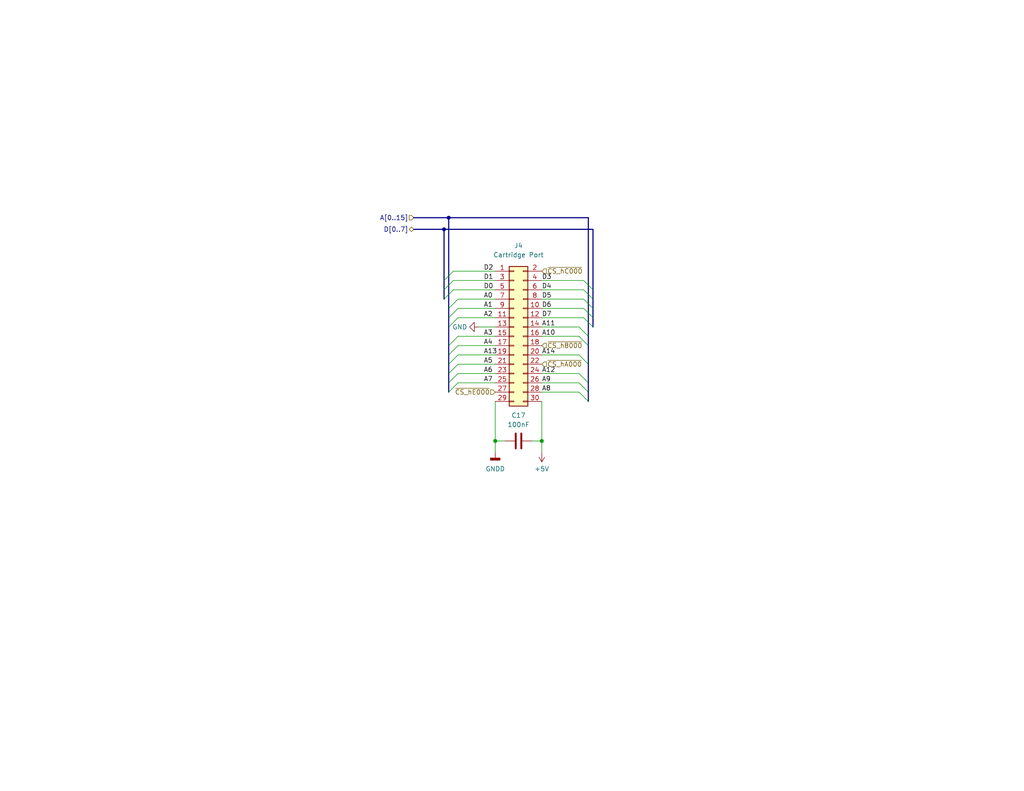
<source format=kicad_sch>
(kicad_sch (version 20230121) (generator eeschema)
  (paper "USLetter")
  (title_block (title "Mini Colecovision") (date "2024-03-25") (rev "1.0.0") (company "sparkletron") (comment 1 "Jay Convertino") (comment 2 "MIT LICENSE") (comment 3 "TARGET: Portable"))
  (lib_symbols
    (symbol "Connector_Generic:Conn_02x15_Odd_Even" (pin_names (offset 1.016) hide)
      (property "Reference" "J" (at 1.27 20.32 0))
      (property "Value" "Conn_02x15_Odd_Even" (at 1.27 -20.32 0))
      (symbol "Conn_02x15_Odd_Even_1_1"
        (rectangle (start -1.27 -17.653) (end 0 -17.907) (stroke (width 0.1524)))
        (rectangle (start -1.27 -15.113) (end 0 -15.367) (stroke (width 0.1524)))
        (rectangle (start -1.27 -12.573) (end 0 -12.827) (stroke (width 0.1524)))
        (rectangle (start -1.27 -10.033) (end 0 -10.287) (stroke (width 0.1524)))
        (rectangle (start -1.27 -7.493) (end 0 -7.747) (stroke (width 0.1524)))
        (rectangle (start -1.27 -4.953) (end 0 -5.207) (stroke (width 0.1524)))
        (rectangle (start -1.27 -2.413) (end 0 -2.667) (stroke (width 0.1524)))
        (rectangle (start -1.27 0.127) (end 0 -0.127) (stroke (width 0.1524)))
        (rectangle (start -1.27 2.667) (end 0 2.413) (stroke (width 0.1524)))
        (rectangle (start -1.27 5.207) (end 0 4.953) (stroke (width 0.1524)))
        (rectangle (start -1.27 7.747) (end 0 7.493) (stroke (width 0.1524)))
        (rectangle (start -1.27 10.287) (end 0 10.033) (stroke (width 0.1524)))
        (rectangle (start -1.27 12.827) (end 0 12.573) (stroke (width 0.1524)))
        (rectangle (start -1.27 15.367) (end 0 15.113) (stroke (width 0.1524)))
        (rectangle (start -1.27 17.907) (end 0 17.653) (stroke (width 0.1524)))
        (rectangle (start -1.27 19.05) (end 3.81 -19.05) (stroke (width 0.254)) (fill (type background)))
        (rectangle (start 3.81 -17.653) (end 2.54 -17.907) (stroke (width 0.1524)))
        (rectangle (start 3.81 -15.113) (end 2.54 -15.367) (stroke (width 0.1524)))
        (rectangle (start 3.81 -12.573) (end 2.54 -12.827) (stroke (width 0.1524)))
        (rectangle (start 3.81 -10.033) (end 2.54 -10.287) (stroke (width 0.1524)))
        (rectangle (start 3.81 -7.493) (end 2.54 -7.747) (stroke (width 0.1524)))
        (rectangle (start 3.81 -4.953) (end 2.54 -5.207) (stroke (width 0.1524)))
        (rectangle (start 3.81 -2.413) (end 2.54 -2.667) (stroke (width 0.1524)))
        (rectangle (start 3.81 0.127) (end 2.54 -0.127) (stroke (width 0.1524)))
        (rectangle (start 3.81 2.667) (end 2.54 2.413) (stroke (width 0.1524)))
        (rectangle (start 3.81 5.207) (end 2.54 4.953) (stroke (width 0.1524)))
        (rectangle (start 3.81 7.747) (end 2.54 7.493) (stroke (width 0.1524)))
        (rectangle (start 3.81 10.287) (end 2.54 10.033) (stroke (width 0.1524)))
        (rectangle (start 3.81 12.827) (end 2.54 12.573) (stroke (width 0.1524)))
        (rectangle (start 3.81 15.367) (end 2.54 15.113) (stroke (width 0.1524)))
        (rectangle (start 3.81 17.907) (end 2.54 17.653) (stroke (width 0.1524)))
        (pin passive line (at -5.08 17.78 0) (length 3.81) (name "Pin_1") (number "1"))
        (pin passive line (at 7.62 7.62 180) (length 3.81) (name "Pin_10") (number "10"))
        (pin passive line (at -5.08 5.08 0) (length 3.81) (name "Pin_11") (number "11"))
        (pin passive line (at 7.62 5.08 180) (length 3.81) (name "Pin_12") (number "12"))
        (pin passive line (at -5.08 2.54 0) (length 3.81) (name "Pin_13") (number "13"))
        (pin passive line (at 7.62 2.54 180) (length 3.81) (name "Pin_14") (number "14"))
        (pin passive line (at -5.08 0 0) (length 3.81) (name "Pin_15") (number "15"))
        (pin passive line (at 7.62 0 180) (length 3.81) (name "Pin_16") (number "16"))
        (pin passive line (at -5.08 -2.54 0) (length 3.81) (name "Pin_17") (number "17"))
        (pin passive line (at 7.62 -2.54 180) (length 3.81) (name "Pin_18") (number "18"))
        (pin passive line (at -5.08 -5.08 0) (length 3.81) (name "Pin_19") (number "19"))
        (pin passive line (at 7.62 17.78 180) (length 3.81) (name "Pin_2") (number "2"))
        (pin passive line (at 7.62 -5.08 180) (length 3.81) (name "Pin_20") (number "20"))
        (pin passive line (at -5.08 -7.62 0) (length 3.81) (name "Pin_21") (number "21"))
        (pin passive line (at 7.62 -7.62 180) (length 3.81) (name "Pin_22") (number "22"))
        (pin passive line (at -5.08 -10.16 0) (length 3.81) (name "Pin_23") (number "23"))
        (pin passive line (at 7.62 -10.16 180) (length 3.81) (name "Pin_24") (number "24"))
        (pin passive line (at -5.08 -12.7 0) (length 3.81) (name "Pin_25") (number "25"))
        (pin passive line (at 7.62 -12.7 180) (length 3.81) (name "Pin_26") (number "26"))
        (pin passive line (at -5.08 -15.24 0) (length 3.81) (name "Pin_27") (number "27"))
        (pin passive line (at 7.62 -15.24 180) (length 3.81) (name "Pin_28") (number "28"))
        (pin passive line (at -5.08 -17.78 0) (length 3.81) (name "Pin_29") (number "29"))
        (pin passive line (at -5.08 15.24 0) (length 3.81) (name "Pin_3") (number "3"))
        (pin passive line (at 7.62 -17.78 180) (length 3.81) (name "Pin_30") (number "30"))
        (pin passive line (at 7.62 15.24 180) (length 3.81) (name "Pin_4") (number "4"))
        (pin passive line (at -5.08 12.7 0) (length 3.81) (name "Pin_5") (number "5"))
        (pin passive line (at 7.62 12.7 180) (length 3.81) (name "Pin_6") (number "6"))
        (pin passive line (at -5.08 10.16 0) (length 3.81) (name "Pin_7") (number "7"))
        (pin passive line (at 7.62 10.16 180) (length 3.81) (name "Pin_8") (number "8"))
        (pin passive line (at -5.08 7.62 0) (length 3.81) (name "Pin_9") (number "9"))
      )
    )
    (symbol "Device:C" (pin_numbers hide) (pin_names (offset 0.254))
      (property "Reference" "C" (at 0.635 2.54 0))
      (property "Value" "C" (at 0.635 -2.54 0))
      (symbol "C_0_1"
        (polyline (pts (xy -2.032 -0.762) (xy 2.032 -0.762)) (stroke (width 0.508)))
        (polyline (pts (xy -2.032 0.762) (xy 2.032 0.762)) (stroke (width 0.508)))
      )
      (symbol "C_1_1"
        (pin passive line (at 0 3.81 270) (length 2.794) (name "~") (number "1"))
        (pin passive line (at 0 -3.81 90) (length 2.794) (name "~") (number "2"))
      )
    )
    (symbol "power:+5V" (power) (pin_names (offset 0))
      (property "Value" "+5V" (at 0 3.556 0))
      (symbol "+5V_0_1"
        (polyline (pts (xy -0.762 1.27) (xy 0 2.54)))
        (polyline (pts (xy 0 0) (xy 0 2.54)))
        (polyline (pts (xy 0 2.54) (xy 0.762 1.27)))
      )
      (symbol "+5V_1_1"
        (pin power_in line (at 0 0 90) (length 0) hide (name "+5V") (number "1"))
      )
    )
    (symbol "power:GND" (power) (pin_names (offset 0))
      (property "Value" "GND" (at 0 -3.81 0))
      (symbol "GND_0_1"
        (polyline (pts (xy 0 0) (xy 0 -1.27) (xy 1.27 -1.27) (xy 0 -2.54) (xy -1.27 -1.27) (xy 0 -1.27)))
      )
      (symbol "GND_1_1"
        (pin power_in line (at 0 0 270) (length 0) hide (name "GND") (number "1"))
      )
    )
    (symbol "power:GNDD" (power) (pin_names (offset 0))
      (property "Value" "GNDD" (at 0 -3.175 0))
      (symbol "GNDD_0_1"
        (rectangle (start -1.27 -1.524) (end 1.27 -2.032) (stroke (width 0.254)) (fill (type outline)))
        (polyline (pts (xy 0 0) (xy 0 -1.524)))
      )
      (symbol "GNDD_1_1"
        (pin power_in line (at 0 0 270) (length 0) hide (name "GNDD") (number "1"))
      )
    )
  )
  (junction (at 147.828 120.396))
  (junction (at 135.128 120.396))
  (junction (at 122.428 59.436))
  (junction (at 121.158 62.611))
  (bus_entry (at 121.158 81.661) (size 2.54 -2.54))
  (bus_entry (at 122.428 94.361) (size 2.54 -2.54))
  (bus_entry (at 159.258 76.581) (size 2.54 2.54))
  (bus_entry (at 157.988 91.821) (size 2.54 2.54))
  (bus_entry (at 122.428 84.201) (size 2.54 -2.54))
  (bus_entry (at 121.158 76.581) (size 2.54 -2.54))
  (bus_entry (at 122.428 89.281) (size 2.54 -2.54))
  (bus_entry (at 159.258 79.121) (size 2.54 2.54))
  (bus_entry (at 122.428 101.981) (size 2.54 -2.54))
  (bus_entry (at 157.988 89.281) (size 2.54 2.54))
  (bus_entry (at 157.988 107.061) (size 2.54 2.54))
  (bus_entry (at 159.258 81.661) (size 2.54 2.54))
  (bus_entry (at 157.988 101.981) (size 2.54 2.54))
  (bus_entry (at 159.258 86.741) (size 2.54 2.54))
  (bus_entry (at 122.428 96.901) (size 2.54 -2.54))
  (bus_entry (at 157.988 96.901) (size 2.54 2.54))
  (bus_entry (at 122.428 99.441) (size 2.54 -2.54))
  (bus_entry (at 122.428 86.741) (size 2.54 -2.54))
  (bus_entry (at 159.258 84.201) (size 2.54 2.54))
  (bus_entry (at 157.988 104.521) (size 2.54 2.54))
  (bus_entry (at 121.158 79.121) (size 2.54 -2.54))
  (bus_entry (at 122.428 104.521) (size 2.54 -2.54))
  (bus_entry (at 122.428 107.061) (size 2.54 -2.54))
  (bus (pts (xy 160.528 99.441) (xy 160.528 104.521)))
  (bus (pts (xy 122.428 101.981) (xy 122.428 104.521)))
  (bus (pts (xy 122.428 99.441) (xy 122.428 101.981)))
  (wire (pts (xy 124.968 84.201) (xy 135.128 84.201)))
  (bus (pts (xy 112.903 62.611) (xy 121.158 62.611)))
  (bus (pts (xy 121.158 62.611) (xy 161.798 62.611)))
  (bus (pts (xy 161.798 79.121) (xy 161.798 81.661)))
  (wire (pts (xy 147.828 104.521) (xy 157.988 104.521)))
  (bus (pts (xy 160.528 59.436) (xy 160.528 91.821)))
  (wire (pts (xy 147.828 86.741) (xy 159.258 86.741)))
  (bus (pts (xy 160.528 104.521) (xy 160.528 107.061)))
  (wire (pts (xy 135.128 120.396) (xy 135.128 109.601)))
  (bus (pts (xy 121.158 79.121) (xy 121.158 81.661)))
  (wire (pts (xy 147.828 96.901) (xy 157.988 96.901)))
  (wire (pts (xy 124.968 99.441) (xy 135.128 99.441)))
  (bus (pts (xy 122.428 94.361) (xy 122.428 96.901)))
  (bus (pts (xy 121.158 76.581) (xy 121.158 79.121)))
  (bus (pts (xy 122.428 86.741) (xy 122.428 89.281)))
  (wire (pts (xy 123.698 74.041) (xy 135.128 74.041)))
  (bus (pts (xy 161.798 62.611) (xy 161.798 79.121)))
  (wire (pts (xy 147.828 91.821) (xy 157.988 91.821)))
  (bus (pts (xy 112.903 59.436) (xy 122.428 59.436)))
  (wire (pts (xy 147.828 123.571) (xy 147.828 120.396)))
  (wire (pts (xy 124.968 86.741) (xy 135.128 86.741)))
  (wire (pts (xy 135.128 120.396) (xy 137.668 120.396)))
  (bus (pts (xy 160.528 94.361) (xy 160.528 99.441)))
  (bus (pts (xy 122.428 59.436) (xy 122.428 84.201)))
  (wire (pts (xy 123.698 79.121) (xy 135.128 79.121)))
  (wire (pts (xy 135.128 123.571) (xy 135.128 120.396)))
  (wire (pts (xy 147.828 84.201) (xy 159.258 84.201)))
  (bus (pts (xy 122.428 84.201) (xy 122.428 86.741)))
  (bus (pts (xy 160.528 107.061) (xy 160.528 109.601)))
  (bus (pts (xy 161.798 81.661) (xy 161.798 84.201)))
  (bus (pts (xy 122.428 89.281) (xy 122.428 94.361)))
  (wire (pts (xy 124.968 101.981) (xy 135.128 101.981)))
  (wire (pts (xy 135.128 89.281) (xy 130.683 89.281)))
  (wire (pts (xy 124.968 91.821) (xy 135.128 91.821)))
  (wire (pts (xy 145.288 120.396) (xy 147.828 120.396)))
  (wire (pts (xy 147.828 120.396) (xy 147.828 109.601)))
  (wire (pts (xy 124.968 81.661) (xy 135.128 81.661)))
  (wire (pts (xy 147.828 89.281) (xy 157.988 89.281)))
  (wire (pts (xy 124.968 96.901) (xy 135.128 96.901)))
  (wire (pts (xy 147.828 76.581) (xy 159.258 76.581)))
  (bus (pts (xy 122.428 59.436) (xy 160.528 59.436)))
  (wire (pts (xy 147.828 107.061) (xy 157.988 107.061)))
  (wire (pts (xy 147.828 79.121) (xy 159.258 79.121)))
  (bus (pts (xy 161.798 86.741) (xy 161.798 89.281)))
  (bus (pts (xy 122.428 104.521) (xy 122.428 107.061)))
  (wire (pts (xy 123.698 76.581) (xy 135.128 76.581)))
  (wire (pts (xy 147.828 101.981) (xy 157.988 101.981)))
  (wire (pts (xy 124.968 104.521) (xy 135.128 104.521)))
  (bus (pts (xy 121.158 62.611) (xy 121.158 76.581)))
  (bus (pts (xy 122.428 96.901) (xy 122.428 99.441)))
  (bus (pts (xy 160.528 91.821) (xy 160.528 94.361)))
  (wire (pts (xy 124.968 94.361) (xy 135.128 94.361)))
  (wire (pts (xy 147.828 81.661) (xy 159.258 81.661)))
  (bus (pts (xy 161.798 84.201) (xy 161.798 86.741)))
  (label "A9" (at 147.828 104.521 0))
  (label "A4" (at 131.953 94.361 0))
  (label "A6" (at 131.953 101.981 0))
  (label "A8" (at 147.828 107.061 0))
  (label "A3" (at 131.953 91.821 0))
  (label "A5" (at 131.953 99.441 0))
  (label "D2" (at 131.953 74.041 0))
  (label "A7" (at 131.953 104.521 0))
  (label "D7" (at 147.828 86.741 0))
  (label "D1" (at 131.953 76.581 0))
  (label "D4" (at 147.828 79.121 0))
  (label "D5" (at 147.828 81.661 0))
  (label "D0" (at 131.953 79.121 0))
  (label "A1" (at 131.953 84.201 0))
  (label "A11" (at 147.828 89.281 0))
  (label "D3" (at 147.828 76.581 0))
  (label "A14" (at 147.828 96.901 0))
  (label "A10" (at 147.828 91.821 0))
  (label "A2" (at 131.953 86.741 0))
  (label "D6" (at 147.828 84.201 0))
  (label "A12" (at 147.828 101.981 0))
  (label "A13" (at 131.953 96.901 0))
  (label "A0" (at 131.953 81.661 0))
  (hierarchical_label "D[0..7]" (shape bidirectional) (at 112.903 62.611 180))
  (hierarchical_label "~{CS_hE000}" (shape input) (at 135.128 107.061 180))
  (hierarchical_label "~{CS_hA000}" (shape input) (at 147.828 99.441 0))
  (hierarchical_label "~{CS_hC000}" (shape input) (at 147.828 74.041 0))
  (hierarchical_label "A[0..15]" (shape input) (at 112.903 59.436 180))
  (hierarchical_label "~{CS_h8000}" (shape input) (at 147.828 94.361 0))
  (symbol (lib_id "Connector_Generic:Conn_02x15_Odd_Even") (at 140.208 91.821 0) (unit 1)
    (property "Reference" "J4" (at 141.478 67.056 0))
    (property "Value" "Cartridge Port" (at 141.478 69.596 0))
    (property "Footprint" "TE_5530841-2:55308412_coleco" (effects hide))
  )
  (symbol (lib_id "Device:C") (at 141.478 120.396 270) (unit 1)
    (property "Reference" "C17" (at 141.478 113.411 90))
    (property "Value" "100nF" (at 141.478 115.951 90))
    (property "Footprint" "Capacitor_THT:C_Disc_D7.0mm_W2.5mm_P5.00mm" (effects hide))
  )
  (symbol (lib_id "power:+5V") (at 147.828 123.571 180) (unit 1)
    (property "Reference" "#PWR051" (effects hide))
    (property "Value" "+5V" (at 147.828 128.016 0))
  )
  (symbol (lib_id "power:GND") (at 130.683 89.281 270) (unit 1)
    (property "Reference" "#PWR049" (effects hide))
    (property "Value" "GND" (at 127.508 89.281 90) (effects (justify right)))
  )
  (symbol (lib_id "power:GNDD") (at 135.128 123.571 0) (unit 1)
    (property "Reference" "#PWR050" (effects hide))
    (property "Value" "GNDD" (at 135.128 128.016 0))
  )
)
</source>
